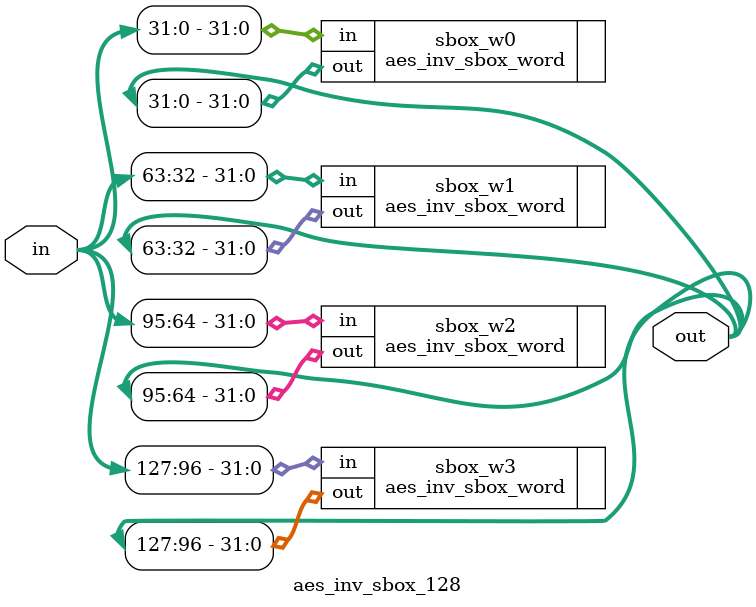
<source format=sv>
/*
* Contact : swann.l.ryan@gmail.com
* Purpose : This file contains a 128 bit inverse substitution box
	    which is comprised of 4x 32 bit inverse substitution boxes
*/

module aes_inv_sbox_128(input logic [127:0] in,
		     output logic [127:0] out);
		     
		     
		//Declare the SBOX for (least significant) word 0 of the input
		aes_inv_sbox_word sbox_w0(.in(in[31:0]),
				      .out(out[31:0]));
		//Declare the SBOX for word 1 of the input
		aes_inv_sbox_word sbox_w1(.in(in[63:32]),
				      .out(out[63:32]));
		//Declare the SBOX for word 2 of the input
		aes_inv_sbox_word sbox_w2(.in(in[95:64]),
				      .out(out[95:64]));	
		//Declare the SBOX for word 3 of the input	
		aes_inv_sbox_word sbox_w3(.in(in[127:96]),
				      .out(out[127:96]));
				 
endmodule

</source>
